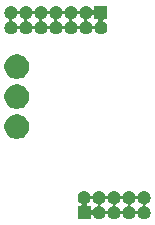
<source format=gbs>
G04 #@! TF.GenerationSoftware,KiCad,Pcbnew,(5.1.5-0-10_14)*
G04 #@! TF.CreationDate,2020-04-26T19:43:23+09:00*
G04 #@! TF.ProjectId,STM32DebugConnector,53544d33-3244-4656-9275-67436f6e6e65,1.0*
G04 #@! TF.SameCoordinates,Original*
G04 #@! TF.FileFunction,Soldermask,Bot*
G04 #@! TF.FilePolarity,Negative*
%FSLAX46Y46*%
G04 Gerber Fmt 4.6, Leading zero omitted, Abs format (unit mm)*
G04 Created by KiCad (PCBNEW (5.1.5-0-10_14)) date 2020-04-26 19:43:23*
%MOMM*%
%LPD*%
G04 APERTURE LIST*
%ADD10C,0.100000*%
G04 APERTURE END LIST*
D10*
G36*
X134557921Y-92501174D02*
G01*
X134658195Y-92542709D01*
X134658196Y-92542710D01*
X134748442Y-92603010D01*
X134825190Y-92679758D01*
X134825191Y-92679760D01*
X134885491Y-92770005D01*
X134916716Y-92845389D01*
X134928267Y-92867000D01*
X134943812Y-92885941D01*
X134962754Y-92901487D01*
X134984365Y-92913038D01*
X135007814Y-92920151D01*
X135032200Y-92922553D01*
X135056586Y-92920151D01*
X135080035Y-92913038D01*
X135101646Y-92901487D01*
X135120587Y-92885942D01*
X135136133Y-92867000D01*
X135147684Y-92845389D01*
X135178909Y-92770005D01*
X135239209Y-92679760D01*
X135239210Y-92679758D01*
X135315958Y-92603010D01*
X135406204Y-92542710D01*
X135406205Y-92542709D01*
X135506479Y-92501174D01*
X135612930Y-92480000D01*
X135721470Y-92480000D01*
X135827921Y-92501174D01*
X135928195Y-92542709D01*
X135928196Y-92542710D01*
X136018442Y-92603010D01*
X136095190Y-92679758D01*
X136095191Y-92679760D01*
X136155491Y-92770005D01*
X136186716Y-92845389D01*
X136198267Y-92867000D01*
X136213812Y-92885941D01*
X136232754Y-92901487D01*
X136254365Y-92913038D01*
X136277814Y-92920151D01*
X136302200Y-92922553D01*
X136326586Y-92920151D01*
X136350035Y-92913038D01*
X136371646Y-92901487D01*
X136390587Y-92885942D01*
X136406133Y-92867000D01*
X136417684Y-92845389D01*
X136448909Y-92770005D01*
X136509209Y-92679760D01*
X136509210Y-92679758D01*
X136585958Y-92603010D01*
X136676204Y-92542710D01*
X136676205Y-92542709D01*
X136776479Y-92501174D01*
X136882930Y-92480000D01*
X136991470Y-92480000D01*
X137097921Y-92501174D01*
X137198195Y-92542709D01*
X137198196Y-92542710D01*
X137288442Y-92603010D01*
X137365190Y-92679758D01*
X137365191Y-92679760D01*
X137425491Y-92770005D01*
X137456716Y-92845389D01*
X137468267Y-92867000D01*
X137483812Y-92885941D01*
X137502754Y-92901487D01*
X137524365Y-92913038D01*
X137547814Y-92920151D01*
X137572200Y-92922553D01*
X137596586Y-92920151D01*
X137620035Y-92913038D01*
X137641646Y-92901487D01*
X137660587Y-92885942D01*
X137676133Y-92867000D01*
X137687684Y-92845389D01*
X137718909Y-92770005D01*
X137779209Y-92679760D01*
X137779210Y-92679758D01*
X137855958Y-92603010D01*
X137946204Y-92542710D01*
X137946205Y-92542709D01*
X138046479Y-92501174D01*
X138152930Y-92480000D01*
X138261470Y-92480000D01*
X138367921Y-92501174D01*
X138468195Y-92542709D01*
X138468196Y-92542710D01*
X138558442Y-92603010D01*
X138635190Y-92679758D01*
X138635191Y-92679760D01*
X138695491Y-92770005D01*
X138726716Y-92845389D01*
X138738267Y-92867000D01*
X138753812Y-92885941D01*
X138772754Y-92901487D01*
X138794365Y-92913038D01*
X138817814Y-92920151D01*
X138842200Y-92922553D01*
X138866586Y-92920151D01*
X138890035Y-92913038D01*
X138911646Y-92901487D01*
X138930587Y-92885942D01*
X138946133Y-92867000D01*
X138957684Y-92845389D01*
X138988909Y-92770005D01*
X139049209Y-92679760D01*
X139049210Y-92679758D01*
X139125958Y-92603010D01*
X139216204Y-92542710D01*
X139216205Y-92542709D01*
X139316479Y-92501174D01*
X139422930Y-92480000D01*
X139531470Y-92480000D01*
X139637921Y-92501174D01*
X139738195Y-92542709D01*
X139738196Y-92542710D01*
X139828442Y-92603010D01*
X139905190Y-92679758D01*
X139905191Y-92679760D01*
X139965491Y-92770005D01*
X140007026Y-92870279D01*
X140028200Y-92976730D01*
X140028200Y-93085270D01*
X140007026Y-93191721D01*
X139965491Y-93291995D01*
X139965490Y-93291996D01*
X139905190Y-93382242D01*
X139828442Y-93458990D01*
X139783012Y-93489345D01*
X139738195Y-93519291D01*
X139662811Y-93550516D01*
X139641200Y-93562067D01*
X139622259Y-93577612D01*
X139606713Y-93596554D01*
X139595162Y-93618165D01*
X139588049Y-93641614D01*
X139585647Y-93666000D01*
X139588049Y-93690386D01*
X139595162Y-93713835D01*
X139606713Y-93735446D01*
X139622258Y-93754387D01*
X139641200Y-93769933D01*
X139662811Y-93781484D01*
X139738195Y-93812709D01*
X139738196Y-93812710D01*
X139828442Y-93873010D01*
X139905190Y-93949758D01*
X139905191Y-93949760D01*
X139965491Y-94040005D01*
X140007026Y-94140279D01*
X140028200Y-94246730D01*
X140028200Y-94355270D01*
X140007026Y-94461721D01*
X139965491Y-94561995D01*
X139965490Y-94561996D01*
X139905190Y-94652242D01*
X139828442Y-94728990D01*
X139783012Y-94759345D01*
X139738195Y-94789291D01*
X139637921Y-94830826D01*
X139531470Y-94852000D01*
X139422930Y-94852000D01*
X139316479Y-94830826D01*
X139216205Y-94789291D01*
X139171388Y-94759345D01*
X139125958Y-94728990D01*
X139049210Y-94652242D01*
X138988910Y-94561996D01*
X138988909Y-94561995D01*
X138957684Y-94486611D01*
X138946133Y-94465000D01*
X138930588Y-94446059D01*
X138911646Y-94430513D01*
X138890035Y-94418962D01*
X138866586Y-94411849D01*
X138842200Y-94409447D01*
X138817814Y-94411849D01*
X138794365Y-94418962D01*
X138772754Y-94430513D01*
X138753813Y-94446058D01*
X138738267Y-94465000D01*
X138726716Y-94486611D01*
X138695491Y-94561995D01*
X138695490Y-94561996D01*
X138635190Y-94652242D01*
X138558442Y-94728990D01*
X138513012Y-94759345D01*
X138468195Y-94789291D01*
X138367921Y-94830826D01*
X138261470Y-94852000D01*
X138152930Y-94852000D01*
X138046479Y-94830826D01*
X137946205Y-94789291D01*
X137901388Y-94759345D01*
X137855958Y-94728990D01*
X137779210Y-94652242D01*
X137718910Y-94561996D01*
X137718909Y-94561995D01*
X137687684Y-94486611D01*
X137676133Y-94465000D01*
X137660588Y-94446059D01*
X137641646Y-94430513D01*
X137620035Y-94418962D01*
X137596586Y-94411849D01*
X137572200Y-94409447D01*
X137547814Y-94411849D01*
X137524365Y-94418962D01*
X137502754Y-94430513D01*
X137483813Y-94446058D01*
X137468267Y-94465000D01*
X137456716Y-94486611D01*
X137425491Y-94561995D01*
X137425490Y-94561996D01*
X137365190Y-94652242D01*
X137288442Y-94728990D01*
X137243012Y-94759345D01*
X137198195Y-94789291D01*
X137097921Y-94830826D01*
X136991470Y-94852000D01*
X136882930Y-94852000D01*
X136776479Y-94830826D01*
X136676205Y-94789291D01*
X136631388Y-94759345D01*
X136585958Y-94728990D01*
X136509210Y-94652242D01*
X136448910Y-94561996D01*
X136448909Y-94561995D01*
X136417684Y-94486611D01*
X136406133Y-94465000D01*
X136390588Y-94446059D01*
X136371646Y-94430513D01*
X136350035Y-94418962D01*
X136326586Y-94411849D01*
X136302200Y-94409447D01*
X136277814Y-94411849D01*
X136254365Y-94418962D01*
X136232754Y-94430513D01*
X136213813Y-94446058D01*
X136198267Y-94465000D01*
X136186716Y-94486611D01*
X136155491Y-94561995D01*
X136155490Y-94561996D01*
X136095190Y-94652242D01*
X136018442Y-94728990D01*
X135973012Y-94759345D01*
X135928195Y-94789291D01*
X135827921Y-94830826D01*
X135721470Y-94852000D01*
X135612930Y-94852000D01*
X135506479Y-94830826D01*
X135406205Y-94789291D01*
X135361388Y-94759345D01*
X135315958Y-94728990D01*
X135239210Y-94652242D01*
X135218212Y-94620816D01*
X135177132Y-94559336D01*
X135161586Y-94540394D01*
X135142644Y-94524849D01*
X135121033Y-94513298D01*
X135097585Y-94506185D01*
X135073198Y-94503783D01*
X135048812Y-94506185D01*
X135025363Y-94513298D01*
X135003753Y-94524849D01*
X134984811Y-94540395D01*
X134969266Y-94559337D01*
X134957715Y-94580948D01*
X134950602Y-94604396D01*
X134948200Y-94628782D01*
X134948200Y-94852000D01*
X133846200Y-94852000D01*
X133846200Y-93750000D01*
X134069418Y-93750000D01*
X134093804Y-93747598D01*
X134117253Y-93740485D01*
X134138864Y-93728934D01*
X134157806Y-93713389D01*
X134173351Y-93694447D01*
X134184902Y-93672836D01*
X134192015Y-93649387D01*
X134194416Y-93625002D01*
X134599983Y-93625002D01*
X134602385Y-93649388D01*
X134609498Y-93672837D01*
X134621049Y-93694447D01*
X134636595Y-93713389D01*
X134655537Y-93728934D01*
X134677148Y-93740485D01*
X134700596Y-93747598D01*
X134724982Y-93750000D01*
X134948200Y-93750000D01*
X134948200Y-93973218D01*
X134950602Y-93997604D01*
X134957715Y-94021053D01*
X134969266Y-94042664D01*
X134984811Y-94061606D01*
X135003753Y-94077151D01*
X135025364Y-94088702D01*
X135048813Y-94095815D01*
X135073199Y-94098217D01*
X135097585Y-94095815D01*
X135121034Y-94088702D01*
X135142645Y-94077151D01*
X135161587Y-94061606D01*
X135177132Y-94042664D01*
X135239209Y-93949760D01*
X135239210Y-93949758D01*
X135315958Y-93873010D01*
X135406204Y-93812710D01*
X135406205Y-93812709D01*
X135481589Y-93781484D01*
X135503200Y-93769933D01*
X135522141Y-93754388D01*
X135537687Y-93735446D01*
X135549238Y-93713835D01*
X135556351Y-93690386D01*
X135558753Y-93666000D01*
X135775647Y-93666000D01*
X135778049Y-93690386D01*
X135785162Y-93713835D01*
X135796713Y-93735446D01*
X135812258Y-93754387D01*
X135831200Y-93769933D01*
X135852811Y-93781484D01*
X135928195Y-93812709D01*
X135928196Y-93812710D01*
X136018442Y-93873010D01*
X136095190Y-93949758D01*
X136095191Y-93949760D01*
X136155491Y-94040005D01*
X136186716Y-94115389D01*
X136198267Y-94137000D01*
X136213812Y-94155941D01*
X136232754Y-94171487D01*
X136254365Y-94183038D01*
X136277814Y-94190151D01*
X136302200Y-94192553D01*
X136326586Y-94190151D01*
X136350035Y-94183038D01*
X136371646Y-94171487D01*
X136390587Y-94155942D01*
X136406133Y-94137000D01*
X136417684Y-94115389D01*
X136448909Y-94040005D01*
X136509209Y-93949760D01*
X136509210Y-93949758D01*
X136585958Y-93873010D01*
X136676204Y-93812710D01*
X136676205Y-93812709D01*
X136751589Y-93781484D01*
X136773200Y-93769933D01*
X136792141Y-93754388D01*
X136807687Y-93735446D01*
X136819238Y-93713835D01*
X136826351Y-93690386D01*
X136828753Y-93666000D01*
X137045647Y-93666000D01*
X137048049Y-93690386D01*
X137055162Y-93713835D01*
X137066713Y-93735446D01*
X137082258Y-93754387D01*
X137101200Y-93769933D01*
X137122811Y-93781484D01*
X137198195Y-93812709D01*
X137198196Y-93812710D01*
X137288442Y-93873010D01*
X137365190Y-93949758D01*
X137365191Y-93949760D01*
X137425491Y-94040005D01*
X137456716Y-94115389D01*
X137468267Y-94137000D01*
X137483812Y-94155941D01*
X137502754Y-94171487D01*
X137524365Y-94183038D01*
X137547814Y-94190151D01*
X137572200Y-94192553D01*
X137596586Y-94190151D01*
X137620035Y-94183038D01*
X137641646Y-94171487D01*
X137660587Y-94155942D01*
X137676133Y-94137000D01*
X137687684Y-94115389D01*
X137718909Y-94040005D01*
X137779209Y-93949760D01*
X137779210Y-93949758D01*
X137855958Y-93873010D01*
X137946204Y-93812710D01*
X137946205Y-93812709D01*
X138021589Y-93781484D01*
X138043200Y-93769933D01*
X138062141Y-93754388D01*
X138077687Y-93735446D01*
X138089238Y-93713835D01*
X138096351Y-93690386D01*
X138098753Y-93666000D01*
X138315647Y-93666000D01*
X138318049Y-93690386D01*
X138325162Y-93713835D01*
X138336713Y-93735446D01*
X138352258Y-93754387D01*
X138371200Y-93769933D01*
X138392811Y-93781484D01*
X138468195Y-93812709D01*
X138468196Y-93812710D01*
X138558442Y-93873010D01*
X138635190Y-93949758D01*
X138635191Y-93949760D01*
X138695491Y-94040005D01*
X138726716Y-94115389D01*
X138738267Y-94137000D01*
X138753812Y-94155941D01*
X138772754Y-94171487D01*
X138794365Y-94183038D01*
X138817814Y-94190151D01*
X138842200Y-94192553D01*
X138866586Y-94190151D01*
X138890035Y-94183038D01*
X138911646Y-94171487D01*
X138930587Y-94155942D01*
X138946133Y-94137000D01*
X138957684Y-94115389D01*
X138988909Y-94040005D01*
X139049209Y-93949760D01*
X139049210Y-93949758D01*
X139125958Y-93873010D01*
X139216204Y-93812710D01*
X139216205Y-93812709D01*
X139291589Y-93781484D01*
X139313200Y-93769933D01*
X139332141Y-93754388D01*
X139347687Y-93735446D01*
X139359238Y-93713835D01*
X139366351Y-93690386D01*
X139368753Y-93666000D01*
X139366351Y-93641614D01*
X139359238Y-93618165D01*
X139347687Y-93596554D01*
X139332142Y-93577613D01*
X139313200Y-93562067D01*
X139291589Y-93550516D01*
X139216205Y-93519291D01*
X139171388Y-93489345D01*
X139125958Y-93458990D01*
X139049210Y-93382242D01*
X138988910Y-93291996D01*
X138988909Y-93291995D01*
X138957684Y-93216611D01*
X138946133Y-93195000D01*
X138930588Y-93176059D01*
X138911646Y-93160513D01*
X138890035Y-93148962D01*
X138866586Y-93141849D01*
X138842200Y-93139447D01*
X138817814Y-93141849D01*
X138794365Y-93148962D01*
X138772754Y-93160513D01*
X138753813Y-93176058D01*
X138738267Y-93195000D01*
X138726716Y-93216611D01*
X138695491Y-93291995D01*
X138695490Y-93291996D01*
X138635190Y-93382242D01*
X138558442Y-93458990D01*
X138513012Y-93489345D01*
X138468195Y-93519291D01*
X138392811Y-93550516D01*
X138371200Y-93562067D01*
X138352259Y-93577612D01*
X138336713Y-93596554D01*
X138325162Y-93618165D01*
X138318049Y-93641614D01*
X138315647Y-93666000D01*
X138098753Y-93666000D01*
X138096351Y-93641614D01*
X138089238Y-93618165D01*
X138077687Y-93596554D01*
X138062142Y-93577613D01*
X138043200Y-93562067D01*
X138021589Y-93550516D01*
X137946205Y-93519291D01*
X137901388Y-93489345D01*
X137855958Y-93458990D01*
X137779210Y-93382242D01*
X137718910Y-93291996D01*
X137718909Y-93291995D01*
X137687684Y-93216611D01*
X137676133Y-93195000D01*
X137660588Y-93176059D01*
X137641646Y-93160513D01*
X137620035Y-93148962D01*
X137596586Y-93141849D01*
X137572200Y-93139447D01*
X137547814Y-93141849D01*
X137524365Y-93148962D01*
X137502754Y-93160513D01*
X137483813Y-93176058D01*
X137468267Y-93195000D01*
X137456716Y-93216611D01*
X137425491Y-93291995D01*
X137425490Y-93291996D01*
X137365190Y-93382242D01*
X137288442Y-93458990D01*
X137243012Y-93489345D01*
X137198195Y-93519291D01*
X137122811Y-93550516D01*
X137101200Y-93562067D01*
X137082259Y-93577612D01*
X137066713Y-93596554D01*
X137055162Y-93618165D01*
X137048049Y-93641614D01*
X137045647Y-93666000D01*
X136828753Y-93666000D01*
X136826351Y-93641614D01*
X136819238Y-93618165D01*
X136807687Y-93596554D01*
X136792142Y-93577613D01*
X136773200Y-93562067D01*
X136751589Y-93550516D01*
X136676205Y-93519291D01*
X136631388Y-93489345D01*
X136585958Y-93458990D01*
X136509210Y-93382242D01*
X136448910Y-93291996D01*
X136448909Y-93291995D01*
X136417684Y-93216611D01*
X136406133Y-93195000D01*
X136390588Y-93176059D01*
X136371646Y-93160513D01*
X136350035Y-93148962D01*
X136326586Y-93141849D01*
X136302200Y-93139447D01*
X136277814Y-93141849D01*
X136254365Y-93148962D01*
X136232754Y-93160513D01*
X136213813Y-93176058D01*
X136198267Y-93195000D01*
X136186716Y-93216611D01*
X136155491Y-93291995D01*
X136155490Y-93291996D01*
X136095190Y-93382242D01*
X136018442Y-93458990D01*
X135973012Y-93489345D01*
X135928195Y-93519291D01*
X135852811Y-93550516D01*
X135831200Y-93562067D01*
X135812259Y-93577612D01*
X135796713Y-93596554D01*
X135785162Y-93618165D01*
X135778049Y-93641614D01*
X135775647Y-93666000D01*
X135558753Y-93666000D01*
X135556351Y-93641614D01*
X135549238Y-93618165D01*
X135537687Y-93596554D01*
X135522142Y-93577613D01*
X135503200Y-93562067D01*
X135481589Y-93550516D01*
X135406205Y-93519291D01*
X135361388Y-93489345D01*
X135315958Y-93458990D01*
X135239210Y-93382242D01*
X135178910Y-93291996D01*
X135178909Y-93291995D01*
X135147684Y-93216611D01*
X135136133Y-93195000D01*
X135120588Y-93176059D01*
X135101646Y-93160513D01*
X135080035Y-93148962D01*
X135056586Y-93141849D01*
X135032200Y-93139447D01*
X135007814Y-93141849D01*
X134984365Y-93148962D01*
X134962754Y-93160513D01*
X134943813Y-93176058D01*
X134928267Y-93195000D01*
X134916716Y-93216611D01*
X134885491Y-93291995D01*
X134885490Y-93291996D01*
X134825190Y-93382242D01*
X134748442Y-93458990D01*
X134717016Y-93479988D01*
X134655536Y-93521068D01*
X134636594Y-93536614D01*
X134621049Y-93555556D01*
X134609498Y-93577167D01*
X134602385Y-93600615D01*
X134599983Y-93625002D01*
X134194416Y-93625002D01*
X134194417Y-93625001D01*
X134192015Y-93600615D01*
X134184902Y-93577166D01*
X134173351Y-93555555D01*
X134157806Y-93536613D01*
X134138864Y-93521068D01*
X134077384Y-93479988D01*
X134045958Y-93458990D01*
X133969210Y-93382242D01*
X133908910Y-93291996D01*
X133908909Y-93291995D01*
X133867374Y-93191721D01*
X133846200Y-93085270D01*
X133846200Y-92976730D01*
X133867374Y-92870279D01*
X133908909Y-92770005D01*
X133969209Y-92679760D01*
X133969210Y-92679758D01*
X134045958Y-92603010D01*
X134136204Y-92542710D01*
X134136205Y-92542709D01*
X134236479Y-92501174D01*
X134342930Y-92480000D01*
X134451470Y-92480000D01*
X134557921Y-92501174D01*
G37*
G36*
X129001764Y-86006389D02*
G01*
X129193033Y-86085615D01*
X129193035Y-86085616D01*
X129365173Y-86200635D01*
X129511565Y-86347027D01*
X129626585Y-86519167D01*
X129705811Y-86710436D01*
X129746200Y-86913484D01*
X129746200Y-87120516D01*
X129705811Y-87323564D01*
X129626585Y-87514833D01*
X129626584Y-87514835D01*
X129511565Y-87686973D01*
X129365173Y-87833365D01*
X129193035Y-87948384D01*
X129193034Y-87948385D01*
X129193033Y-87948385D01*
X129001764Y-88027611D01*
X128798716Y-88068000D01*
X128591684Y-88068000D01*
X128388636Y-88027611D01*
X128197367Y-87948385D01*
X128197366Y-87948385D01*
X128197365Y-87948384D01*
X128025227Y-87833365D01*
X127878835Y-87686973D01*
X127763816Y-87514835D01*
X127763815Y-87514833D01*
X127684589Y-87323564D01*
X127644200Y-87120516D01*
X127644200Y-86913484D01*
X127684589Y-86710436D01*
X127763815Y-86519167D01*
X127878835Y-86347027D01*
X128025227Y-86200635D01*
X128197365Y-86085616D01*
X128197367Y-86085615D01*
X128388636Y-86006389D01*
X128591684Y-85966000D01*
X128798716Y-85966000D01*
X129001764Y-86006389D01*
G37*
G36*
X129001764Y-83466389D02*
G01*
X129193033Y-83545615D01*
X129193035Y-83545616D01*
X129365173Y-83660635D01*
X129511565Y-83807027D01*
X129626585Y-83979167D01*
X129705811Y-84170436D01*
X129746200Y-84373484D01*
X129746200Y-84580516D01*
X129705811Y-84783564D01*
X129626585Y-84974833D01*
X129626584Y-84974835D01*
X129511565Y-85146973D01*
X129365173Y-85293365D01*
X129193035Y-85408384D01*
X129193034Y-85408385D01*
X129193033Y-85408385D01*
X129001764Y-85487611D01*
X128798716Y-85528000D01*
X128591684Y-85528000D01*
X128388636Y-85487611D01*
X128197367Y-85408385D01*
X128197366Y-85408385D01*
X128197365Y-85408384D01*
X128025227Y-85293365D01*
X127878835Y-85146973D01*
X127763816Y-84974835D01*
X127763815Y-84974833D01*
X127684589Y-84783564D01*
X127644200Y-84580516D01*
X127644200Y-84373484D01*
X127684589Y-84170436D01*
X127763815Y-83979167D01*
X127878835Y-83807027D01*
X128025227Y-83660635D01*
X128197365Y-83545616D01*
X128197367Y-83545615D01*
X128388636Y-83466389D01*
X128591684Y-83426000D01*
X128798716Y-83426000D01*
X129001764Y-83466389D01*
G37*
G36*
X129001764Y-80926389D02*
G01*
X129193033Y-81005615D01*
X129193035Y-81005616D01*
X129365173Y-81120635D01*
X129511565Y-81267027D01*
X129626585Y-81439167D01*
X129705811Y-81630436D01*
X129746200Y-81833484D01*
X129746200Y-82040516D01*
X129705811Y-82243564D01*
X129626585Y-82434833D01*
X129626584Y-82434835D01*
X129511565Y-82606973D01*
X129365173Y-82753365D01*
X129193035Y-82868384D01*
X129193034Y-82868385D01*
X129193033Y-82868385D01*
X129001764Y-82947611D01*
X128798716Y-82988000D01*
X128591684Y-82988000D01*
X128388636Y-82947611D01*
X128197367Y-82868385D01*
X128197366Y-82868385D01*
X128197365Y-82868384D01*
X128025227Y-82753365D01*
X127878835Y-82606973D01*
X127763816Y-82434835D01*
X127763815Y-82434833D01*
X127684589Y-82243564D01*
X127644200Y-82040516D01*
X127644200Y-81833484D01*
X127684589Y-81630436D01*
X127763815Y-81439167D01*
X127878835Y-81267027D01*
X128025227Y-81120635D01*
X128197365Y-81005616D01*
X128197367Y-81005615D01*
X128388636Y-80926389D01*
X128591684Y-80886000D01*
X128798716Y-80886000D01*
X129001764Y-80926389D01*
G37*
G36*
X128347921Y-76835174D02*
G01*
X128448195Y-76876709D01*
X128448196Y-76876710D01*
X128538442Y-76937010D01*
X128615190Y-77013758D01*
X128615191Y-77013760D01*
X128675491Y-77104005D01*
X128706716Y-77179389D01*
X128718267Y-77201000D01*
X128733812Y-77219941D01*
X128752754Y-77235487D01*
X128774365Y-77247038D01*
X128797814Y-77254151D01*
X128822200Y-77256553D01*
X128846586Y-77254151D01*
X128870035Y-77247038D01*
X128891646Y-77235487D01*
X128910587Y-77219942D01*
X128926133Y-77201000D01*
X128937684Y-77179389D01*
X128968909Y-77104005D01*
X129029209Y-77013760D01*
X129029210Y-77013758D01*
X129105958Y-76937010D01*
X129196204Y-76876710D01*
X129196205Y-76876709D01*
X129296479Y-76835174D01*
X129402930Y-76814000D01*
X129511470Y-76814000D01*
X129617921Y-76835174D01*
X129718195Y-76876709D01*
X129718196Y-76876710D01*
X129808442Y-76937010D01*
X129885190Y-77013758D01*
X129885191Y-77013760D01*
X129945491Y-77104005D01*
X129976716Y-77179389D01*
X129988267Y-77201000D01*
X130003812Y-77219941D01*
X130022754Y-77235487D01*
X130044365Y-77247038D01*
X130067814Y-77254151D01*
X130092200Y-77256553D01*
X130116586Y-77254151D01*
X130140035Y-77247038D01*
X130161646Y-77235487D01*
X130180587Y-77219942D01*
X130196133Y-77201000D01*
X130207684Y-77179389D01*
X130238909Y-77104005D01*
X130299209Y-77013760D01*
X130299210Y-77013758D01*
X130375958Y-76937010D01*
X130466204Y-76876710D01*
X130466205Y-76876709D01*
X130566479Y-76835174D01*
X130672930Y-76814000D01*
X130781470Y-76814000D01*
X130887921Y-76835174D01*
X130988195Y-76876709D01*
X130988196Y-76876710D01*
X131078442Y-76937010D01*
X131155190Y-77013758D01*
X131155191Y-77013760D01*
X131215491Y-77104005D01*
X131246716Y-77179389D01*
X131258267Y-77201000D01*
X131273812Y-77219941D01*
X131292754Y-77235487D01*
X131314365Y-77247038D01*
X131337814Y-77254151D01*
X131362200Y-77256553D01*
X131386586Y-77254151D01*
X131410035Y-77247038D01*
X131431646Y-77235487D01*
X131450587Y-77219942D01*
X131466133Y-77201000D01*
X131477684Y-77179389D01*
X131508909Y-77104005D01*
X131569209Y-77013760D01*
X131569210Y-77013758D01*
X131645958Y-76937010D01*
X131736204Y-76876710D01*
X131736205Y-76876709D01*
X131836479Y-76835174D01*
X131942930Y-76814000D01*
X132051470Y-76814000D01*
X132157921Y-76835174D01*
X132258195Y-76876709D01*
X132258196Y-76876710D01*
X132348442Y-76937010D01*
X132425190Y-77013758D01*
X132425191Y-77013760D01*
X132485491Y-77104005D01*
X132516716Y-77179389D01*
X132528267Y-77201000D01*
X132543812Y-77219941D01*
X132562754Y-77235487D01*
X132584365Y-77247038D01*
X132607814Y-77254151D01*
X132632200Y-77256553D01*
X132656586Y-77254151D01*
X132680035Y-77247038D01*
X132701646Y-77235487D01*
X132720587Y-77219942D01*
X132736133Y-77201000D01*
X132747684Y-77179389D01*
X132778909Y-77104005D01*
X132839209Y-77013760D01*
X132839210Y-77013758D01*
X132915958Y-76937010D01*
X133006204Y-76876710D01*
X133006205Y-76876709D01*
X133106479Y-76835174D01*
X133212930Y-76814000D01*
X133321470Y-76814000D01*
X133427921Y-76835174D01*
X133528195Y-76876709D01*
X133528196Y-76876710D01*
X133618442Y-76937010D01*
X133695190Y-77013758D01*
X133695191Y-77013760D01*
X133755491Y-77104005D01*
X133786716Y-77179389D01*
X133798267Y-77201000D01*
X133813812Y-77219941D01*
X133832754Y-77235487D01*
X133854365Y-77247038D01*
X133877814Y-77254151D01*
X133902200Y-77256553D01*
X133926586Y-77254151D01*
X133950035Y-77247038D01*
X133971646Y-77235487D01*
X133990587Y-77219942D01*
X134006133Y-77201000D01*
X134017684Y-77179389D01*
X134048909Y-77104005D01*
X134109209Y-77013760D01*
X134109210Y-77013758D01*
X134185958Y-76937010D01*
X134276204Y-76876710D01*
X134276205Y-76876709D01*
X134376479Y-76835174D01*
X134482930Y-76814000D01*
X134591470Y-76814000D01*
X134697921Y-76835174D01*
X134798195Y-76876709D01*
X134798196Y-76876710D01*
X134888442Y-76937010D01*
X134965190Y-77013758D01*
X134965191Y-77013760D01*
X135027268Y-77106664D01*
X135042814Y-77125606D01*
X135061756Y-77141151D01*
X135083367Y-77152702D01*
X135106815Y-77159815D01*
X135131202Y-77162217D01*
X135155588Y-77159815D01*
X135179037Y-77152702D01*
X135200647Y-77141151D01*
X135219589Y-77125605D01*
X135235134Y-77106663D01*
X135246685Y-77085052D01*
X135253798Y-77061604D01*
X135256200Y-77037218D01*
X135256200Y-76814000D01*
X136358200Y-76814000D01*
X136358200Y-77916000D01*
X136134982Y-77916000D01*
X136110596Y-77918402D01*
X136087147Y-77925515D01*
X136065536Y-77937066D01*
X136046594Y-77952611D01*
X136031049Y-77971553D01*
X136019498Y-77993164D01*
X136012385Y-78016613D01*
X136009983Y-78040999D01*
X136012385Y-78065385D01*
X136019498Y-78088834D01*
X136031049Y-78110445D01*
X136046594Y-78129387D01*
X136065536Y-78144932D01*
X136127016Y-78186012D01*
X136158442Y-78207010D01*
X136235190Y-78283758D01*
X136235191Y-78283760D01*
X136295491Y-78374005D01*
X136337026Y-78474279D01*
X136358200Y-78580730D01*
X136358200Y-78689270D01*
X136337026Y-78795721D01*
X136295491Y-78895995D01*
X136295490Y-78895996D01*
X136235190Y-78986242D01*
X136158442Y-79062990D01*
X136113012Y-79093345D01*
X136068195Y-79123291D01*
X135967921Y-79164826D01*
X135861470Y-79186000D01*
X135752930Y-79186000D01*
X135646479Y-79164826D01*
X135546205Y-79123291D01*
X135501388Y-79093345D01*
X135455958Y-79062990D01*
X135379210Y-78986242D01*
X135318910Y-78895996D01*
X135318909Y-78895995D01*
X135287684Y-78820611D01*
X135276133Y-78799000D01*
X135260588Y-78780059D01*
X135241646Y-78764513D01*
X135220035Y-78752962D01*
X135196586Y-78745849D01*
X135172200Y-78743447D01*
X135147814Y-78745849D01*
X135124365Y-78752962D01*
X135102754Y-78764513D01*
X135083813Y-78780058D01*
X135068267Y-78799000D01*
X135056716Y-78820611D01*
X135025491Y-78895995D01*
X135025490Y-78895996D01*
X134965190Y-78986242D01*
X134888442Y-79062990D01*
X134843012Y-79093345D01*
X134798195Y-79123291D01*
X134697921Y-79164826D01*
X134591470Y-79186000D01*
X134482930Y-79186000D01*
X134376479Y-79164826D01*
X134276205Y-79123291D01*
X134231388Y-79093345D01*
X134185958Y-79062990D01*
X134109210Y-78986242D01*
X134048910Y-78895996D01*
X134048909Y-78895995D01*
X134017684Y-78820611D01*
X134006133Y-78799000D01*
X133990588Y-78780059D01*
X133971646Y-78764513D01*
X133950035Y-78752962D01*
X133926586Y-78745849D01*
X133902200Y-78743447D01*
X133877814Y-78745849D01*
X133854365Y-78752962D01*
X133832754Y-78764513D01*
X133813813Y-78780058D01*
X133798267Y-78799000D01*
X133786716Y-78820611D01*
X133755491Y-78895995D01*
X133755490Y-78895996D01*
X133695190Y-78986242D01*
X133618442Y-79062990D01*
X133573012Y-79093345D01*
X133528195Y-79123291D01*
X133427921Y-79164826D01*
X133321470Y-79186000D01*
X133212930Y-79186000D01*
X133106479Y-79164826D01*
X133006205Y-79123291D01*
X132961388Y-79093345D01*
X132915958Y-79062990D01*
X132839210Y-78986242D01*
X132778910Y-78895996D01*
X132778909Y-78895995D01*
X132747684Y-78820611D01*
X132736133Y-78799000D01*
X132720588Y-78780059D01*
X132701646Y-78764513D01*
X132680035Y-78752962D01*
X132656586Y-78745849D01*
X132632200Y-78743447D01*
X132607814Y-78745849D01*
X132584365Y-78752962D01*
X132562754Y-78764513D01*
X132543813Y-78780058D01*
X132528267Y-78799000D01*
X132516716Y-78820611D01*
X132485491Y-78895995D01*
X132485490Y-78895996D01*
X132425190Y-78986242D01*
X132348442Y-79062990D01*
X132303012Y-79093345D01*
X132258195Y-79123291D01*
X132157921Y-79164826D01*
X132051470Y-79186000D01*
X131942930Y-79186000D01*
X131836479Y-79164826D01*
X131736205Y-79123291D01*
X131691388Y-79093345D01*
X131645958Y-79062990D01*
X131569210Y-78986242D01*
X131508910Y-78895996D01*
X131508909Y-78895995D01*
X131477684Y-78820611D01*
X131466133Y-78799000D01*
X131450588Y-78780059D01*
X131431646Y-78764513D01*
X131410035Y-78752962D01*
X131386586Y-78745849D01*
X131362200Y-78743447D01*
X131337814Y-78745849D01*
X131314365Y-78752962D01*
X131292754Y-78764513D01*
X131273813Y-78780058D01*
X131258267Y-78799000D01*
X131246716Y-78820611D01*
X131215491Y-78895995D01*
X131215490Y-78895996D01*
X131155190Y-78986242D01*
X131078442Y-79062990D01*
X131033012Y-79093345D01*
X130988195Y-79123291D01*
X130887921Y-79164826D01*
X130781470Y-79186000D01*
X130672930Y-79186000D01*
X130566479Y-79164826D01*
X130466205Y-79123291D01*
X130421388Y-79093345D01*
X130375958Y-79062990D01*
X130299210Y-78986242D01*
X130238910Y-78895996D01*
X130238909Y-78895995D01*
X130207684Y-78820611D01*
X130196133Y-78799000D01*
X130180588Y-78780059D01*
X130161646Y-78764513D01*
X130140035Y-78752962D01*
X130116586Y-78745849D01*
X130092200Y-78743447D01*
X130067814Y-78745849D01*
X130044365Y-78752962D01*
X130022754Y-78764513D01*
X130003813Y-78780058D01*
X129988267Y-78799000D01*
X129976716Y-78820611D01*
X129945491Y-78895995D01*
X129945490Y-78895996D01*
X129885190Y-78986242D01*
X129808442Y-79062990D01*
X129763012Y-79093345D01*
X129718195Y-79123291D01*
X129617921Y-79164826D01*
X129511470Y-79186000D01*
X129402930Y-79186000D01*
X129296479Y-79164826D01*
X129196205Y-79123291D01*
X129151388Y-79093345D01*
X129105958Y-79062990D01*
X129029210Y-78986242D01*
X128968910Y-78895996D01*
X128968909Y-78895995D01*
X128937684Y-78820611D01*
X128926133Y-78799000D01*
X128910588Y-78780059D01*
X128891646Y-78764513D01*
X128870035Y-78752962D01*
X128846586Y-78745849D01*
X128822200Y-78743447D01*
X128797814Y-78745849D01*
X128774365Y-78752962D01*
X128752754Y-78764513D01*
X128733813Y-78780058D01*
X128718267Y-78799000D01*
X128706716Y-78820611D01*
X128675491Y-78895995D01*
X128675490Y-78895996D01*
X128615190Y-78986242D01*
X128538442Y-79062990D01*
X128493012Y-79093345D01*
X128448195Y-79123291D01*
X128347921Y-79164826D01*
X128241470Y-79186000D01*
X128132930Y-79186000D01*
X128026479Y-79164826D01*
X127926205Y-79123291D01*
X127881388Y-79093345D01*
X127835958Y-79062990D01*
X127759210Y-78986242D01*
X127698910Y-78895996D01*
X127698909Y-78895995D01*
X127657374Y-78795721D01*
X127636200Y-78689270D01*
X127636200Y-78580730D01*
X127657374Y-78474279D01*
X127698909Y-78374005D01*
X127759209Y-78283760D01*
X127759210Y-78283758D01*
X127835958Y-78207010D01*
X127926204Y-78146710D01*
X127926205Y-78146709D01*
X128001589Y-78115484D01*
X128023200Y-78103933D01*
X128042141Y-78088388D01*
X128057687Y-78069446D01*
X128069238Y-78047835D01*
X128076351Y-78024386D01*
X128078753Y-78000000D01*
X128295647Y-78000000D01*
X128298049Y-78024386D01*
X128305162Y-78047835D01*
X128316713Y-78069446D01*
X128332258Y-78088387D01*
X128351200Y-78103933D01*
X128372811Y-78115484D01*
X128448195Y-78146709D01*
X128448196Y-78146710D01*
X128538442Y-78207010D01*
X128615190Y-78283758D01*
X128615191Y-78283760D01*
X128675491Y-78374005D01*
X128706716Y-78449389D01*
X128718267Y-78471000D01*
X128733812Y-78489941D01*
X128752754Y-78505487D01*
X128774365Y-78517038D01*
X128797814Y-78524151D01*
X128822200Y-78526553D01*
X128846586Y-78524151D01*
X128870035Y-78517038D01*
X128891646Y-78505487D01*
X128910587Y-78489942D01*
X128926133Y-78471000D01*
X128937684Y-78449389D01*
X128968909Y-78374005D01*
X129029209Y-78283760D01*
X129029210Y-78283758D01*
X129105958Y-78207010D01*
X129196204Y-78146710D01*
X129196205Y-78146709D01*
X129271589Y-78115484D01*
X129293200Y-78103933D01*
X129312141Y-78088388D01*
X129327687Y-78069446D01*
X129339238Y-78047835D01*
X129346351Y-78024386D01*
X129348753Y-78000000D01*
X129565647Y-78000000D01*
X129568049Y-78024386D01*
X129575162Y-78047835D01*
X129586713Y-78069446D01*
X129602258Y-78088387D01*
X129621200Y-78103933D01*
X129642811Y-78115484D01*
X129718195Y-78146709D01*
X129718196Y-78146710D01*
X129808442Y-78207010D01*
X129885190Y-78283758D01*
X129885191Y-78283760D01*
X129945491Y-78374005D01*
X129976716Y-78449389D01*
X129988267Y-78471000D01*
X130003812Y-78489941D01*
X130022754Y-78505487D01*
X130044365Y-78517038D01*
X130067814Y-78524151D01*
X130092200Y-78526553D01*
X130116586Y-78524151D01*
X130140035Y-78517038D01*
X130161646Y-78505487D01*
X130180587Y-78489942D01*
X130196133Y-78471000D01*
X130207684Y-78449389D01*
X130238909Y-78374005D01*
X130299209Y-78283760D01*
X130299210Y-78283758D01*
X130375958Y-78207010D01*
X130466204Y-78146710D01*
X130466205Y-78146709D01*
X130541589Y-78115484D01*
X130563200Y-78103933D01*
X130582141Y-78088388D01*
X130597687Y-78069446D01*
X130609238Y-78047835D01*
X130616351Y-78024386D01*
X130618753Y-78000000D01*
X130835647Y-78000000D01*
X130838049Y-78024386D01*
X130845162Y-78047835D01*
X130856713Y-78069446D01*
X130872258Y-78088387D01*
X130891200Y-78103933D01*
X130912811Y-78115484D01*
X130988195Y-78146709D01*
X130988196Y-78146710D01*
X131078442Y-78207010D01*
X131155190Y-78283758D01*
X131155191Y-78283760D01*
X131215491Y-78374005D01*
X131246716Y-78449389D01*
X131258267Y-78471000D01*
X131273812Y-78489941D01*
X131292754Y-78505487D01*
X131314365Y-78517038D01*
X131337814Y-78524151D01*
X131362200Y-78526553D01*
X131386586Y-78524151D01*
X131410035Y-78517038D01*
X131431646Y-78505487D01*
X131450587Y-78489942D01*
X131466133Y-78471000D01*
X131477684Y-78449389D01*
X131508909Y-78374005D01*
X131569209Y-78283760D01*
X131569210Y-78283758D01*
X131645958Y-78207010D01*
X131736204Y-78146710D01*
X131736205Y-78146709D01*
X131811589Y-78115484D01*
X131833200Y-78103933D01*
X131852141Y-78088388D01*
X131867687Y-78069446D01*
X131879238Y-78047835D01*
X131886351Y-78024386D01*
X131888753Y-78000000D01*
X132105647Y-78000000D01*
X132108049Y-78024386D01*
X132115162Y-78047835D01*
X132126713Y-78069446D01*
X132142258Y-78088387D01*
X132161200Y-78103933D01*
X132182811Y-78115484D01*
X132258195Y-78146709D01*
X132258196Y-78146710D01*
X132348442Y-78207010D01*
X132425190Y-78283758D01*
X132425191Y-78283760D01*
X132485491Y-78374005D01*
X132516716Y-78449389D01*
X132528267Y-78471000D01*
X132543812Y-78489941D01*
X132562754Y-78505487D01*
X132584365Y-78517038D01*
X132607814Y-78524151D01*
X132632200Y-78526553D01*
X132656586Y-78524151D01*
X132680035Y-78517038D01*
X132701646Y-78505487D01*
X132720587Y-78489942D01*
X132736133Y-78471000D01*
X132747684Y-78449389D01*
X132778909Y-78374005D01*
X132839209Y-78283760D01*
X132839210Y-78283758D01*
X132915958Y-78207010D01*
X133006204Y-78146710D01*
X133006205Y-78146709D01*
X133081589Y-78115484D01*
X133103200Y-78103933D01*
X133122141Y-78088388D01*
X133137687Y-78069446D01*
X133149238Y-78047835D01*
X133156351Y-78024386D01*
X133158753Y-78000000D01*
X133375647Y-78000000D01*
X133378049Y-78024386D01*
X133385162Y-78047835D01*
X133396713Y-78069446D01*
X133412258Y-78088387D01*
X133431200Y-78103933D01*
X133452811Y-78115484D01*
X133528195Y-78146709D01*
X133528196Y-78146710D01*
X133618442Y-78207010D01*
X133695190Y-78283758D01*
X133695191Y-78283760D01*
X133755491Y-78374005D01*
X133786716Y-78449389D01*
X133798267Y-78471000D01*
X133813812Y-78489941D01*
X133832754Y-78505487D01*
X133854365Y-78517038D01*
X133877814Y-78524151D01*
X133902200Y-78526553D01*
X133926586Y-78524151D01*
X133950035Y-78517038D01*
X133971646Y-78505487D01*
X133990587Y-78489942D01*
X134006133Y-78471000D01*
X134017684Y-78449389D01*
X134048909Y-78374005D01*
X134109209Y-78283760D01*
X134109210Y-78283758D01*
X134185958Y-78207010D01*
X134276204Y-78146710D01*
X134276205Y-78146709D01*
X134351589Y-78115484D01*
X134373200Y-78103933D01*
X134392141Y-78088388D01*
X134407687Y-78069446D01*
X134419238Y-78047835D01*
X134426351Y-78024386D01*
X134428753Y-78000000D01*
X134645647Y-78000000D01*
X134648049Y-78024386D01*
X134655162Y-78047835D01*
X134666713Y-78069446D01*
X134682258Y-78088387D01*
X134701200Y-78103933D01*
X134722811Y-78115484D01*
X134798195Y-78146709D01*
X134798196Y-78146710D01*
X134888442Y-78207010D01*
X134965190Y-78283758D01*
X134965191Y-78283760D01*
X135025491Y-78374005D01*
X135056716Y-78449389D01*
X135068267Y-78471000D01*
X135083812Y-78489941D01*
X135102754Y-78505487D01*
X135124365Y-78517038D01*
X135147814Y-78524151D01*
X135172200Y-78526553D01*
X135196586Y-78524151D01*
X135220035Y-78517038D01*
X135241646Y-78505487D01*
X135260587Y-78489942D01*
X135276133Y-78471000D01*
X135287684Y-78449389D01*
X135318909Y-78374005D01*
X135379209Y-78283760D01*
X135379210Y-78283758D01*
X135455958Y-78207010D01*
X135487384Y-78186012D01*
X135548864Y-78144932D01*
X135567806Y-78129386D01*
X135583351Y-78110444D01*
X135594902Y-78088833D01*
X135602015Y-78065385D01*
X135604417Y-78040998D01*
X135602015Y-78016612D01*
X135594902Y-77993163D01*
X135583351Y-77971553D01*
X135567805Y-77952611D01*
X135548863Y-77937066D01*
X135527252Y-77925515D01*
X135503804Y-77918402D01*
X135479418Y-77916000D01*
X135256200Y-77916000D01*
X135256200Y-77692782D01*
X135253798Y-77668396D01*
X135246685Y-77644947D01*
X135235134Y-77623336D01*
X135219589Y-77604394D01*
X135200647Y-77588849D01*
X135179036Y-77577298D01*
X135155587Y-77570185D01*
X135131201Y-77567783D01*
X135106815Y-77570185D01*
X135083366Y-77577298D01*
X135061755Y-77588849D01*
X135042813Y-77604394D01*
X135027268Y-77623336D01*
X134986188Y-77684816D01*
X134965190Y-77716242D01*
X134888442Y-77792990D01*
X134843012Y-77823345D01*
X134798195Y-77853291D01*
X134722811Y-77884516D01*
X134701200Y-77896067D01*
X134682259Y-77911612D01*
X134666713Y-77930554D01*
X134655162Y-77952165D01*
X134648049Y-77975614D01*
X134645647Y-78000000D01*
X134428753Y-78000000D01*
X134426351Y-77975614D01*
X134419238Y-77952165D01*
X134407687Y-77930554D01*
X134392142Y-77911613D01*
X134373200Y-77896067D01*
X134351589Y-77884516D01*
X134276205Y-77853291D01*
X134231388Y-77823345D01*
X134185958Y-77792990D01*
X134109210Y-77716242D01*
X134077241Y-77668396D01*
X134048909Y-77625995D01*
X134017684Y-77550611D01*
X134006133Y-77529000D01*
X133990588Y-77510059D01*
X133971646Y-77494513D01*
X133950035Y-77482962D01*
X133926586Y-77475849D01*
X133902200Y-77473447D01*
X133877814Y-77475849D01*
X133854365Y-77482962D01*
X133832754Y-77494513D01*
X133813813Y-77510058D01*
X133798267Y-77529000D01*
X133786716Y-77550611D01*
X133755491Y-77625995D01*
X133727159Y-77668396D01*
X133695190Y-77716242D01*
X133618442Y-77792990D01*
X133573012Y-77823345D01*
X133528195Y-77853291D01*
X133452811Y-77884516D01*
X133431200Y-77896067D01*
X133412259Y-77911612D01*
X133396713Y-77930554D01*
X133385162Y-77952165D01*
X133378049Y-77975614D01*
X133375647Y-78000000D01*
X133158753Y-78000000D01*
X133156351Y-77975614D01*
X133149238Y-77952165D01*
X133137687Y-77930554D01*
X133122142Y-77911613D01*
X133103200Y-77896067D01*
X133081589Y-77884516D01*
X133006205Y-77853291D01*
X132961388Y-77823345D01*
X132915958Y-77792990D01*
X132839210Y-77716242D01*
X132807241Y-77668396D01*
X132778909Y-77625995D01*
X132747684Y-77550611D01*
X132736133Y-77529000D01*
X132720588Y-77510059D01*
X132701646Y-77494513D01*
X132680035Y-77482962D01*
X132656586Y-77475849D01*
X132632200Y-77473447D01*
X132607814Y-77475849D01*
X132584365Y-77482962D01*
X132562754Y-77494513D01*
X132543813Y-77510058D01*
X132528267Y-77529000D01*
X132516716Y-77550611D01*
X132485491Y-77625995D01*
X132457159Y-77668396D01*
X132425190Y-77716242D01*
X132348442Y-77792990D01*
X132303012Y-77823345D01*
X132258195Y-77853291D01*
X132182811Y-77884516D01*
X132161200Y-77896067D01*
X132142259Y-77911612D01*
X132126713Y-77930554D01*
X132115162Y-77952165D01*
X132108049Y-77975614D01*
X132105647Y-78000000D01*
X131888753Y-78000000D01*
X131886351Y-77975614D01*
X131879238Y-77952165D01*
X131867687Y-77930554D01*
X131852142Y-77911613D01*
X131833200Y-77896067D01*
X131811589Y-77884516D01*
X131736205Y-77853291D01*
X131691388Y-77823345D01*
X131645958Y-77792990D01*
X131569210Y-77716242D01*
X131537241Y-77668396D01*
X131508909Y-77625995D01*
X131477684Y-77550611D01*
X131466133Y-77529000D01*
X131450588Y-77510059D01*
X131431646Y-77494513D01*
X131410035Y-77482962D01*
X131386586Y-77475849D01*
X131362200Y-77473447D01*
X131337814Y-77475849D01*
X131314365Y-77482962D01*
X131292754Y-77494513D01*
X131273813Y-77510058D01*
X131258267Y-77529000D01*
X131246716Y-77550611D01*
X131215491Y-77625995D01*
X131187159Y-77668396D01*
X131155190Y-77716242D01*
X131078442Y-77792990D01*
X131033012Y-77823345D01*
X130988195Y-77853291D01*
X130912811Y-77884516D01*
X130891200Y-77896067D01*
X130872259Y-77911612D01*
X130856713Y-77930554D01*
X130845162Y-77952165D01*
X130838049Y-77975614D01*
X130835647Y-78000000D01*
X130618753Y-78000000D01*
X130616351Y-77975614D01*
X130609238Y-77952165D01*
X130597687Y-77930554D01*
X130582142Y-77911613D01*
X130563200Y-77896067D01*
X130541589Y-77884516D01*
X130466205Y-77853291D01*
X130421388Y-77823345D01*
X130375958Y-77792990D01*
X130299210Y-77716242D01*
X130267241Y-77668396D01*
X130238909Y-77625995D01*
X130207684Y-77550611D01*
X130196133Y-77529000D01*
X130180588Y-77510059D01*
X130161646Y-77494513D01*
X130140035Y-77482962D01*
X130116586Y-77475849D01*
X130092200Y-77473447D01*
X130067814Y-77475849D01*
X130044365Y-77482962D01*
X130022754Y-77494513D01*
X130003813Y-77510058D01*
X129988267Y-77529000D01*
X129976716Y-77550611D01*
X129945491Y-77625995D01*
X129917159Y-77668396D01*
X129885190Y-77716242D01*
X129808442Y-77792990D01*
X129763012Y-77823345D01*
X129718195Y-77853291D01*
X129642811Y-77884516D01*
X129621200Y-77896067D01*
X129602259Y-77911612D01*
X129586713Y-77930554D01*
X129575162Y-77952165D01*
X129568049Y-77975614D01*
X129565647Y-78000000D01*
X129348753Y-78000000D01*
X129346351Y-77975614D01*
X129339238Y-77952165D01*
X129327687Y-77930554D01*
X129312142Y-77911613D01*
X129293200Y-77896067D01*
X129271589Y-77884516D01*
X129196205Y-77853291D01*
X129151388Y-77823345D01*
X129105958Y-77792990D01*
X129029210Y-77716242D01*
X128997241Y-77668396D01*
X128968909Y-77625995D01*
X128937684Y-77550611D01*
X128926133Y-77529000D01*
X128910588Y-77510059D01*
X128891646Y-77494513D01*
X128870035Y-77482962D01*
X128846586Y-77475849D01*
X128822200Y-77473447D01*
X128797814Y-77475849D01*
X128774365Y-77482962D01*
X128752754Y-77494513D01*
X128733813Y-77510058D01*
X128718267Y-77529000D01*
X128706716Y-77550611D01*
X128675491Y-77625995D01*
X128647159Y-77668396D01*
X128615190Y-77716242D01*
X128538442Y-77792990D01*
X128493012Y-77823345D01*
X128448195Y-77853291D01*
X128372811Y-77884516D01*
X128351200Y-77896067D01*
X128332259Y-77911612D01*
X128316713Y-77930554D01*
X128305162Y-77952165D01*
X128298049Y-77975614D01*
X128295647Y-78000000D01*
X128078753Y-78000000D01*
X128076351Y-77975614D01*
X128069238Y-77952165D01*
X128057687Y-77930554D01*
X128042142Y-77911613D01*
X128023200Y-77896067D01*
X128001589Y-77884516D01*
X127926205Y-77853291D01*
X127881388Y-77823345D01*
X127835958Y-77792990D01*
X127759210Y-77716242D01*
X127727241Y-77668396D01*
X127698909Y-77625995D01*
X127657374Y-77525721D01*
X127636200Y-77419270D01*
X127636200Y-77310730D01*
X127657374Y-77204279D01*
X127698909Y-77104005D01*
X127759209Y-77013760D01*
X127759210Y-77013758D01*
X127835958Y-76937010D01*
X127926204Y-76876710D01*
X127926205Y-76876709D01*
X128026479Y-76835174D01*
X128132930Y-76814000D01*
X128241470Y-76814000D01*
X128347921Y-76835174D01*
G37*
M02*

</source>
